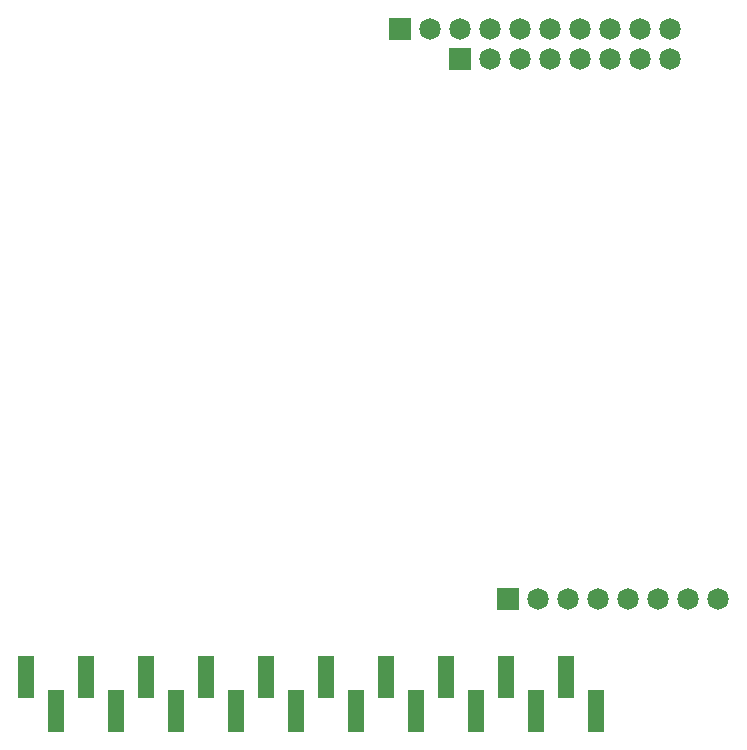
<source format=gts>
G04*
G04 #@! TF.GenerationSoftware,Altium Limited,Altium Designer,20.0.13 (296)*
G04*
G04 Layer_Color=8388736*
%FSLAX25Y25*%
%MOIN*%
G70*
G01*
G75*
%ADD16R,0.05394X0.13898*%
%ADD17C,0.07185*%
%ADD18R,0.07185X0.07185*%
D16*
X44252Y21339D02*
D03*
X54252Y9843D02*
D03*
X64252Y21339D02*
D03*
X74252Y9843D02*
D03*
X84252Y21339D02*
D03*
X94252Y9843D02*
D03*
X104252Y21339D02*
D03*
X114252Y9843D02*
D03*
X124252Y21339D02*
D03*
X134252Y9843D02*
D03*
X144252Y21339D02*
D03*
X154252Y9843D02*
D03*
X164252Y21339D02*
D03*
X174252Y9843D02*
D03*
X184252Y21339D02*
D03*
X194252Y9843D02*
D03*
X204252Y21339D02*
D03*
X214252Y9843D02*
D03*
X224252Y21339D02*
D03*
X234252Y9843D02*
D03*
D17*
X259016Y237323D02*
D03*
X249016D02*
D03*
X239016D02*
D03*
X229016D02*
D03*
X219016D02*
D03*
X209016D02*
D03*
X199016D02*
D03*
X189016D02*
D03*
X179016D02*
D03*
X215016Y47323D02*
D03*
X225016D02*
D03*
X235016D02*
D03*
X245016D02*
D03*
X255016D02*
D03*
X265016D02*
D03*
X275016D02*
D03*
X259016Y227323D02*
D03*
X249016D02*
D03*
X239016D02*
D03*
X229016D02*
D03*
X219016D02*
D03*
X209016D02*
D03*
X199016D02*
D03*
D18*
X169016Y237323D02*
D03*
X205016Y47323D02*
D03*
X189016Y227323D02*
D03*
M02*

</source>
